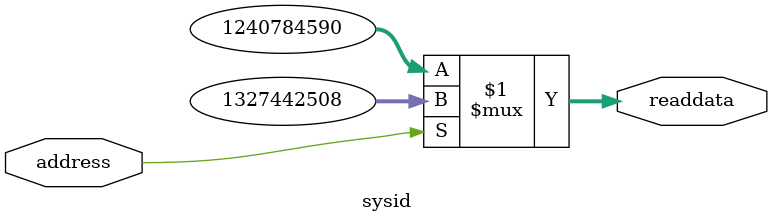
<source format=v>

`timescale 1ns / 1ps
// synthesis translate_on

// turn off superfluous verilog processor warnings 
// altera message_level Level1 
// altera message_off 10034 10035 10036 10037 10230 10240 10030 

module sysid (
               // inputs:
                address,

               // outputs:
                readdata
             )
;

  output  [ 31: 0] readdata;
  input            address;

  wire    [ 31: 0] readdata;
  //control_slave, which is an e_avalon_slave
  assign readdata = address ? 1327442508 : 1240784590;

endmodule


</source>
